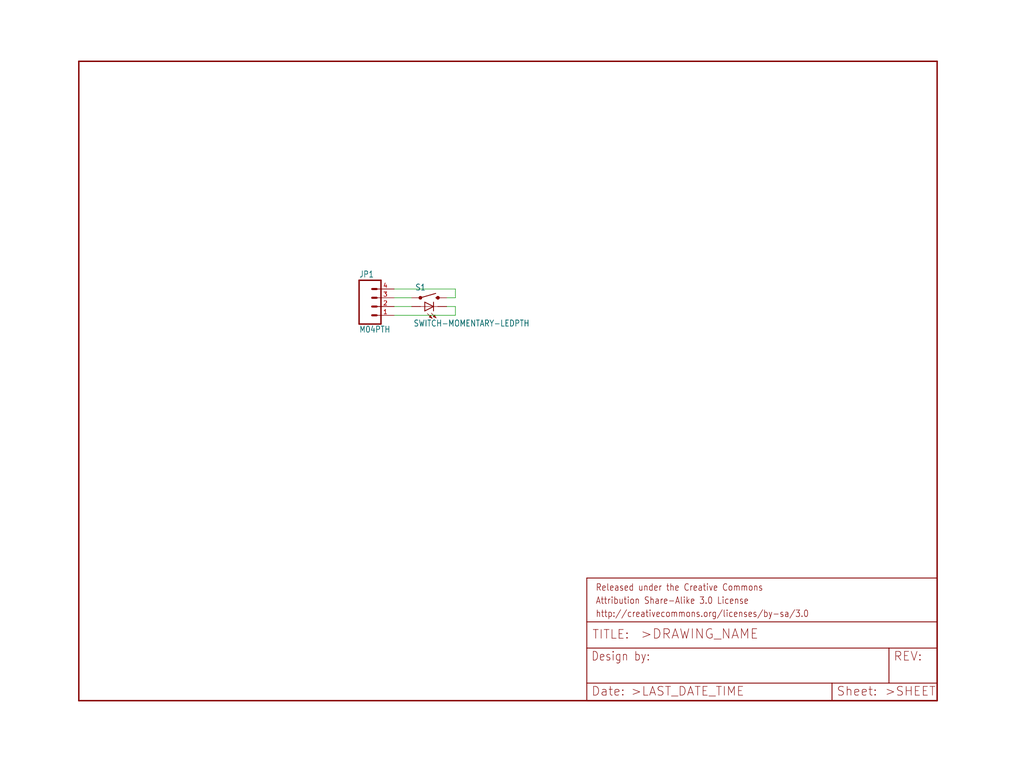
<source format=kicad_sch>
(kicad_sch (version 20211123) (generator eeschema)
  (paper "User" 297.002 223.926)
  (lib_symbols
    (symbol "schematicEagle-eagle-import:FRAME-LETTER"
      (symbol "FRAME-LETTER_1_0"
        (polyline (pts (xy 0 0) (xy 248.92 0)) (stroke (width 0.4064)))
        (polyline (pts (xy 0 185.42) (xy 0 0)) (stroke (width 0.4064)))
        (polyline (pts (xy 0 185.42) (xy 248.92 185.42)) (stroke (width 0.4064)))
        (polyline (pts (xy 248.92 185.42) (xy 248.92 0)) (stroke (width 0.4064)))
      )
      (symbol "FRAME-LETTER_2_0"
        (polyline (pts (xy 0 0) (xy 0 5.08)) (stroke (width 0.254)))
        (polyline (pts (xy 0 0) (xy 71.12 0)) (stroke (width 0.254)))
        (polyline (pts (xy 0 5.08) (xy 0 15.24)) (stroke (width 0.254)))
        (polyline (pts (xy 0 5.08) (xy 71.12 5.08)) (stroke (width 0.254)))
        (polyline (pts (xy 0 15.24) (xy 0 22.86)) (stroke (width 0.254)))
        (polyline (pts (xy 0 22.86) (xy 0 35.56)) (stroke (width 0.254)))
        (polyline (pts (xy 0 22.86) (xy 101.6 22.86)) (stroke (width 0.254)))
        (polyline (pts (xy 71.12 0) (xy 101.6 0)) (stroke (width 0.254)))
        (polyline (pts (xy 71.12 5.08) (xy 71.12 0)) (stroke (width 0.254)))
        (polyline (pts (xy 71.12 5.08) (xy 87.63 5.08)) (stroke (width 0.254)))
        (polyline (pts (xy 87.63 5.08) (xy 101.6 5.08)) (stroke (width 0.254)))
        (polyline (pts (xy 87.63 15.24) (xy 0 15.24)) (stroke (width 0.254)))
        (polyline (pts (xy 87.63 15.24) (xy 87.63 5.08)) (stroke (width 0.254)))
        (polyline (pts (xy 101.6 5.08) (xy 101.6 0)) (stroke (width 0.254)))
        (polyline (pts (xy 101.6 15.24) (xy 87.63 15.24)) (stroke (width 0.254)))
        (polyline (pts (xy 101.6 15.24) (xy 101.6 5.08)) (stroke (width 0.254)))
        (polyline (pts (xy 101.6 22.86) (xy 101.6 15.24)) (stroke (width 0.254)))
        (polyline (pts (xy 101.6 35.56) (xy 0 35.56)) (stroke (width 0.254)))
        (polyline (pts (xy 101.6 35.56) (xy 101.6 22.86)) (stroke (width 0.254)))
        (text ">DRAWING_NAME" (at 15.494 17.78 0) (effects (font (size 2.7432 2.7432)) (justify left bottom)))
        (text ">LAST_DATE_TIME" (at 12.7 1.27 0) (effects (font (size 2.54 2.54)) (justify left bottom)))
        (text ">SHEET" (at 86.36 1.27 0) (effects (font (size 2.54 2.54)) (justify left bottom)))
        (text "Attribution Share-Alike 3.0 License" (at 2.54 27.94 0) (effects (font (size 1.9304 1.6408)) (justify left bottom)))
        (text "Date:" (at 1.27 1.27 0) (effects (font (size 2.54 2.54)) (justify left bottom)))
        (text "Design by:" (at 1.27 11.43 0) (effects (font (size 2.54 2.159)) (justify left bottom)))
        (text "http://creativecommons.org/licenses/by-sa/3.0" (at 2.54 24.13 0) (effects (font (size 1.9304 1.6408)) (justify left bottom)))
        (text "Released under the Creative Commons" (at 2.54 31.75 0) (effects (font (size 1.9304 1.6408)) (justify left bottom)))
        (text "REV:" (at 88.9 11.43 0) (effects (font (size 2.54 2.54)) (justify left bottom)))
        (text "Sheet:" (at 72.39 1.27 0) (effects (font (size 2.54 2.54)) (justify left bottom)))
        (text "TITLE:" (at 1.524 17.78 0) (effects (font (size 2.54 2.54)) (justify left bottom)))
      )
    )
    (symbol "schematicEagle-eagle-import:M04PTH"
      (property "Reference" "JP" (at -5.08 8.382 0))
      (property "Value" "M04PTH" (at -5.08 -7.62 0))
      (symbol "M04PTH_1_0"
        (polyline (pts (xy -5.08 7.62) (xy -5.08 -5.08)) (stroke (width 0.4064)))
        (polyline (pts (xy -5.08 7.62) (xy 1.27 7.62)) (stroke (width 0.4064)))
        (polyline (pts (xy -1.27 -2.54) (xy 0 -2.54)) (stroke (width 0.6096)))
        (polyline (pts (xy -1.27 0) (xy 0 0)) (stroke (width 0.6096)))
        (polyline (pts (xy -1.27 2.54) (xy 0 2.54)) (stroke (width 0.6096)))
        (polyline (pts (xy -1.27 5.08) (xy 0 5.08)) (stroke (width 0.6096)))
        (polyline (pts (xy 1.27 -5.08) (xy -5.08 -5.08)) (stroke (width 0.4064)))
        (polyline (pts (xy 1.27 -5.08) (xy 1.27 7.62)) (stroke (width 0.4064)))
        (pin passive line (at 5.08 -2.54 180) (length 5.08) (name "1") (number "1"))
        (pin passive line (at 5.08 0 180) (length 5.08) (name "2") (number "2"))
        (pin passive line (at 5.08 2.54 180) (length 5.08) (name "3") (number "3"))
        (pin passive line (at 5.08 5.08 180) (length 5.08) (name "4") (number "4"))
      )
    )
    (symbol "schematicEagle-eagle-import:SWITCH-MOMENTARY-LEDPTH"
      (property "Reference" "S" (at -4.064 2.032 0))
      (property "Value" "SWITCH-MOMENTARY-LEDPTH" (at -4.572 -8.382 0))
      (symbol "SWITCH-MOMENTARY-LEDPTH_1_0"
        (circle (center -2.54 0) (radius 0.127) (stroke (width 0.4064)))
        (polyline (pts (xy -2.54 -2.54) (xy -1.27 -2.54)) (stroke (width 0.1524)))
        (polyline (pts (xy -2.54 0) (xy 1.905 1.27)) (stroke (width 0.254)))
        (polyline (pts (xy -1.27 -2.54) (xy -1.27 -3.81)) (stroke (width 0.254)))
        (polyline (pts (xy -1.27 -2.54) (xy 1.27 -2.54)) (stroke (width 0.1524)))
        (polyline (pts (xy -1.27 -1.27) (xy -1.27 -2.54)) (stroke (width 0.254)))
        (polyline (pts (xy -1.27 -1.27) (xy 1.27 -2.54)) (stroke (width 0.254)))
        (polyline (pts (xy -0.508 -4.572) (xy 0.889 -5.969)) (stroke (width 0.1524)))
        (polyline (pts (xy 0.635 -4.445) (xy 2.032 -5.842)) (stroke (width 0.1524)))
        (polyline (pts (xy 1.27 -2.54) (xy -1.27 -3.81)) (stroke (width 0.254)))
        (polyline (pts (xy 1.27 -2.54) (xy 1.27 -3.81)) (stroke (width 0.254)))
        (polyline (pts (xy 1.27 -2.54) (xy 2.54 -2.54)) (stroke (width 0.1524)))
        (polyline (pts (xy 1.27 -1.27) (xy 1.27 -2.54)) (stroke (width 0.254)))
        (polyline (pts (xy 1.905 0) (xy 2.54 0)) (stroke (width 0.254)))
        (polyline (pts (xy 0.889 -5.969) (xy 0 -5.588) (xy 0.508 -5.08)) (fill (type outline)))
        (polyline (pts (xy 2.032 -5.842) (xy 1.143 -5.461) (xy 1.651 -4.953)) (fill (type outline)))
        (circle (center 2.54 0) (radius 0.127) (stroke (width 0.4064)))
        (pin passive line (at 5.08 0 180) (length 2.54) (name "2") (number "2"))
        (pin passive line (at -5.08 0 0) (length 2.54) (name "1") (number "4"))
        (pin passive line (at -5.08 -2.54 0) (length 2.54) (name "A") (number "A"))
        (pin passive line (at 5.08 -2.54 180) (length 2.54) (name "C") (number "C"))
      )
    )
  )
  (wire (pts (xy 132.08 86.36) (xy 129.54 86.36)))
  (wire (pts (xy 132.08 83.82) (xy 132.08 86.36)))
  (wire (pts (xy 114.3 91.44) (xy 132.08 91.44)))
  (wire (pts (xy 132.08 88.9) (xy 129.54 88.9)))
  (wire (pts (xy 132.08 91.44) (xy 132.08 88.9)))
  (wire (pts (xy 114.3 86.36) (xy 119.38 86.36)))
  (wire (pts (xy 114.3 88.9) (xy 119.38 88.9)))
  (wire (pts (xy 114.3 83.82) (xy 132.08 83.82)))
  (symbol (lib_id "schematicEagle-eagle-import:FRAME-LETTER") (at 22.86 203.2 0) (unit 1)
    (property "Reference" "FRAME1" (effects hide))
    (property "Value" "FRAME-LETTER" (effects hide))
    (property "Footprint" "schematicEagle:CREATIVE_COMMONS" (effects hide))
  )
  (symbol (lib_id "schematicEagle-eagle-import:FRAME-LETTER") (at 170.18 203.2 0) (unit 2)
    (property "Reference" "FRAME1" (effects hide))
    (property "Value" "FRAME-LETTER" (effects hide))
    (property "Footprint" "schematicEagle:CREATIVE_COMMONS" (effects hide))
  )
  (symbol (lib_id "schematicEagle-eagle-import:SWITCH-MOMENTARY-LEDPTH") (at 124.46 86.36 0) (unit 1)
    (property "Reference" "S1" (at 120.396 84.328 0) (effects (font (size 1.778 1.5113)) (justify left bottom)))
    (property "Value" "SWITCH-MOMENTARY-LEDPTH" (at 119.888 94.742 0) (effects (font (size 1.778 1.5113)) (justify left bottom)))
    (property "Footprint" "schematicEagle:TACTILE-PTH-LED-12MM" (effects hide))
  )
  (symbol (lib_id "schematicEagle-eagle-import:M04PTH") (at 109.22 88.9 0) (unit 1)
    (property "Reference" "JP1" (at 104.14 80.518 0) (effects (font (size 1.778 1.5113)) (justify left bottom)))
    (property "Value" "M04PTH" (at 104.14 96.52 0) (effects (font (size 1.778 1.5113)) (justify left bottom)))
    (property "Footprint" "schematicEagle:1X04" (effects hide))
  )
)
</source>
